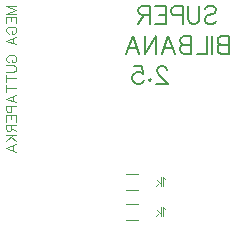
<source format=gbo>
G04 Layer: BottomSilkLayer*
G04 EasyEDA v6.4.17, 2021-03-05T12:05:08+01:00*
G04 f60f8210386e4bb8a37d6fc626a43cf4,a095d68295bf4de09e4161802e6eaeab,10*
G04 Gerber Generator version 0.2*
G04 Scale: 100 percent, Rotated: No, Reflected: No *
G04 Dimensions in inches *
G04 leading zeros omitted , absolute positions ,3 integer and 6 decimal *
%FSLAX36Y36*%
%MOIN*%

%ADD34C,0.0040*%
%ADD35C,0.0060*%
%ADD36C,0.0047*%

%LPD*%
D34*
X80010Y-40000D02*
G01*
X113420Y-40000D01*
X80010Y-40000D02*
G01*
X113420Y-52726D01*
X80010Y-65455D02*
G01*
X113420Y-52726D01*
X80010Y-65455D02*
G01*
X113420Y-65455D01*
X80010Y-75954D02*
G01*
X113420Y-75954D01*
X80010Y-75954D02*
G01*
X80010Y-96635D01*
X95920Y-75954D02*
G01*
X95920Y-88681D01*
X113420Y-75954D02*
G01*
X113420Y-96635D01*
X87964Y-130999D02*
G01*
X84783Y-129409D01*
X81601Y-126226D01*
X80010Y-123045D01*
X80010Y-116682D01*
X81601Y-113499D01*
X84783Y-110318D01*
X87964Y-108726D01*
X92737Y-107136D01*
X100693Y-107136D01*
X105464Y-108726D01*
X108647Y-110318D01*
X111828Y-113499D01*
X113420Y-116682D01*
X113420Y-123045D01*
X111828Y-126226D01*
X108647Y-129409D01*
X105464Y-130999D01*
X100693Y-130999D01*
X100693Y-123045D02*
G01*
X100693Y-130999D01*
X80010Y-154227D02*
G01*
X113420Y-141500D01*
X80010Y-154227D02*
G01*
X113420Y-166954D01*
X102283Y-146273D02*
G01*
X102283Y-162181D01*
X87964Y-225817D02*
G01*
X84783Y-224227D01*
X81601Y-221044D01*
X80010Y-217863D01*
X80010Y-211500D01*
X81601Y-208317D01*
X84783Y-205136D01*
X87964Y-203544D01*
X92737Y-201954D01*
X100693Y-201954D01*
X105464Y-203544D01*
X108647Y-205136D01*
X111828Y-208317D01*
X113420Y-211500D01*
X113420Y-217863D01*
X111828Y-221044D01*
X108647Y-224227D01*
X105464Y-225817D01*
X100693Y-225817D01*
X100693Y-217863D02*
G01*
X100693Y-225817D01*
X80010Y-236318D02*
G01*
X103874Y-236318D01*
X108647Y-237908D01*
X111828Y-241091D01*
X113420Y-245864D01*
X113420Y-249045D01*
X111828Y-253818D01*
X108647Y-256999D01*
X103874Y-258591D01*
X80010Y-258591D01*
X80010Y-280226D02*
G01*
X113420Y-280226D01*
X80010Y-269090D02*
G01*
X80010Y-291363D01*
X80010Y-313000D02*
G01*
X113420Y-313000D01*
X80010Y-301864D02*
G01*
X80010Y-324135D01*
X80010Y-347363D02*
G01*
X113420Y-334636D01*
X80010Y-347363D02*
G01*
X113420Y-360091D01*
X102283Y-339409D02*
G01*
X102283Y-355318D01*
X80010Y-370590D02*
G01*
X113420Y-370590D01*
X80010Y-370590D02*
G01*
X80010Y-384908D01*
X81601Y-389681D01*
X83193Y-391273D01*
X86374Y-392863D01*
X91147Y-392863D01*
X94328Y-391273D01*
X95920Y-389681D01*
X97510Y-384908D01*
X97510Y-370590D01*
X80010Y-403364D02*
G01*
X113420Y-403364D01*
X80010Y-403364D02*
G01*
X80010Y-424045D01*
X95920Y-403364D02*
G01*
X95920Y-416091D01*
X113420Y-403364D02*
G01*
X113420Y-424045D01*
X80010Y-434544D02*
G01*
X113420Y-434544D01*
X80010Y-434544D02*
G01*
X80010Y-448863D01*
X81601Y-453636D01*
X83193Y-455226D01*
X86374Y-456817D01*
X89555Y-456817D01*
X92737Y-455226D01*
X94328Y-453636D01*
X95920Y-448863D01*
X95920Y-434544D01*
X95920Y-445682D02*
G01*
X113420Y-456817D01*
X80010Y-467318D02*
G01*
X113420Y-467318D01*
X80010Y-489591D02*
G01*
X102283Y-467318D01*
X94328Y-475273D02*
G01*
X113420Y-489591D01*
X80010Y-512818D02*
G01*
X113420Y-500091D01*
X80010Y-512818D02*
G01*
X113420Y-525545D01*
X102283Y-504863D02*
G01*
X102283Y-520772D01*
D35*
X742013Y-48189D02*
G01*
X747467Y-42734D01*
X755650Y-40007D01*
X766559Y-40007D01*
X774740Y-42734D01*
X780194Y-48189D01*
X780194Y-53643D01*
X777467Y-59099D01*
X774740Y-61826D01*
X769286Y-64553D01*
X752923Y-70007D01*
X747467Y-72734D01*
X744740Y-75462D01*
X742013Y-80916D01*
X742013Y-89099D01*
X747467Y-94553D01*
X755650Y-97280D01*
X766559Y-97280D01*
X774740Y-94553D01*
X780194Y-89099D01*
X724014Y-40007D02*
G01*
X724014Y-80916D01*
X721286Y-89099D01*
X715832Y-94553D01*
X707649Y-97280D01*
X702195Y-97280D01*
X694014Y-94553D01*
X688559Y-89099D01*
X685832Y-80916D01*
X685832Y-40007D01*
X667831Y-40007D02*
G01*
X667831Y-97280D01*
X667831Y-40007D02*
G01*
X643285Y-40007D01*
X635104Y-42734D01*
X632377Y-45462D01*
X629650Y-50916D01*
X629650Y-59099D01*
X632377Y-64553D01*
X635104Y-67280D01*
X643285Y-70007D01*
X667831Y-70007D01*
X611649Y-40007D02*
G01*
X611649Y-97280D01*
X611649Y-40007D02*
G01*
X576194Y-40007D01*
X611649Y-67280D02*
G01*
X589832Y-67280D01*
X611649Y-97280D02*
G01*
X576194Y-97280D01*
X558195Y-40007D02*
G01*
X558195Y-97280D01*
X558195Y-40007D02*
G01*
X533649Y-40007D01*
X525468Y-42734D01*
X522741Y-45462D01*
X520014Y-50916D01*
X520014Y-56370D01*
X522741Y-61826D01*
X525468Y-64553D01*
X533649Y-67280D01*
X558195Y-67280D01*
X539104Y-67280D02*
G01*
X520014Y-97280D01*
X822539Y-140007D02*
G01*
X822539Y-197280D01*
X822539Y-140007D02*
G01*
X797993Y-140007D01*
X789812Y-142734D01*
X787085Y-145462D01*
X784357Y-150916D01*
X784357Y-156370D01*
X787085Y-161824D01*
X789812Y-164553D01*
X797993Y-167280D01*
X822539Y-167280D02*
G01*
X797993Y-167280D01*
X789812Y-170007D01*
X787085Y-172734D01*
X784357Y-178189D01*
X784357Y-186370D01*
X787085Y-191824D01*
X789812Y-194553D01*
X797993Y-197280D01*
X822539Y-197280D01*
X766356Y-140007D02*
G01*
X766356Y-197280D01*
X748357Y-140007D02*
G01*
X748357Y-197280D01*
X748357Y-197280D02*
G01*
X715630Y-197280D01*
X697629Y-140007D02*
G01*
X697629Y-197280D01*
X697629Y-140007D02*
G01*
X673085Y-140007D01*
X664902Y-142734D01*
X662175Y-145462D01*
X659448Y-150916D01*
X659448Y-156370D01*
X662175Y-161824D01*
X664902Y-164553D01*
X673085Y-167280D01*
X697629Y-167280D02*
G01*
X673085Y-167280D01*
X664902Y-170007D01*
X662175Y-172734D01*
X659448Y-178189D01*
X659448Y-186370D01*
X662175Y-191824D01*
X664902Y-194553D01*
X673085Y-197280D01*
X697629Y-197280D01*
X619630Y-140007D02*
G01*
X641448Y-197280D01*
X619630Y-140007D02*
G01*
X597811Y-197280D01*
X633265Y-178189D02*
G01*
X605994Y-178189D01*
X579812Y-140007D02*
G01*
X579812Y-197280D01*
X579812Y-140007D02*
G01*
X541630Y-197280D01*
X541630Y-140007D02*
G01*
X541630Y-197280D01*
X501811Y-140007D02*
G01*
X523629Y-197280D01*
X501811Y-140007D02*
G01*
X479994Y-197280D01*
X515448Y-178189D02*
G01*
X488175Y-178189D01*
X615084Y-253643D02*
G01*
X615084Y-250916D01*
X612357Y-245462D01*
X609630Y-242734D01*
X604176Y-240007D01*
X593267Y-240007D01*
X587813Y-242734D01*
X585084Y-245462D01*
X582357Y-250916D01*
X582357Y-256370D01*
X585084Y-261824D01*
X590540Y-270007D01*
X617813Y-297280D01*
X579630Y-297280D01*
X558903Y-283643D02*
G01*
X561631Y-286370D01*
X558903Y-289097D01*
X556176Y-286370D01*
X558903Y-283643D01*
X505448Y-240007D02*
G01*
X532721Y-240007D01*
X535448Y-264553D01*
X532721Y-261824D01*
X524540Y-259097D01*
X516358Y-259097D01*
X508175Y-261824D01*
X502721Y-267280D01*
X499994Y-275462D01*
X499994Y-280916D01*
X502721Y-289097D01*
X508175Y-294553D01*
X516358Y-297280D01*
X524540Y-297280D01*
X532721Y-294553D01*
X535448Y-291824D01*
X538175Y-286370D01*
D34*
X610783Y-615407D02*
G01*
X608083Y-614007D01*
X603982Y-610007D01*
X603982Y-638607D01*
X594983Y-610007D02*
G01*
X594983Y-638607D01*
X581383Y-619506D02*
G01*
X594983Y-633107D01*
X589483Y-627707D02*
G01*
X579983Y-638607D01*
X610783Y-715497D02*
G01*
X608083Y-714097D01*
X603982Y-709998D01*
X603982Y-738697D01*
X594983Y-709998D02*
G01*
X594983Y-738697D01*
X581383Y-719598D02*
G01*
X594983Y-733198D01*
X589483Y-727797D02*
G01*
X579983Y-738697D01*
D36*
X519695Y-598200D02*
G01*
X480295Y-598200D01*
X480295Y-651799D02*
G01*
X519695Y-651799D01*
X519695Y-698200D02*
G01*
X480295Y-698200D01*
X480295Y-751799D02*
G01*
X519695Y-751799D01*
M02*

</source>
